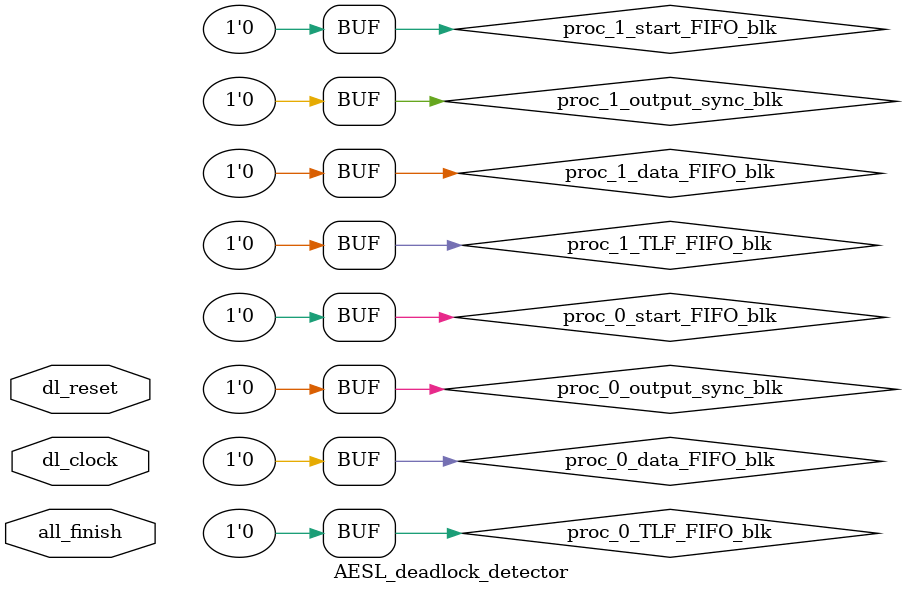
<source format=v>
`timescale 1 ns / 1 ps

module AESL_deadlock_detector (
    input dl_reset,
    input all_finish,
    input dl_clock);

    wire [0:0] proc_0_data_FIFO_blk;
    wire [0:0] proc_0_data_PIPO_blk;
    wire [0:0] proc_0_start_FIFO_blk;
    wire [0:0] proc_0_TLF_FIFO_blk;
    wire [0:0] proc_0_input_sync_blk;
    wire [0:0] proc_0_output_sync_blk;
    wire [0:0] proc_dep_vld_vec_0;
    reg [0:0] proc_dep_vld_vec_0_reg;
    wire [0:0] in_chan_dep_vld_vec_0;
    wire [1:0] in_chan_dep_data_vec_0;
    wire [0:0] token_in_vec_0;
    wire [0:0] out_chan_dep_vld_vec_0;
    wire [1:0] out_chan_dep_data_0;
    wire [0:0] token_out_vec_0;
    wire dl_detect_out_0;
    wire dep_chan_vld_1_0;
    wire [1:0] dep_chan_data_1_0;
    wire token_1_0;
    wire [0:0] proc_1_data_FIFO_blk;
    wire [0:0] proc_1_data_PIPO_blk;
    wire [0:0] proc_1_start_FIFO_blk;
    wire [0:0] proc_1_TLF_FIFO_blk;
    wire [0:0] proc_1_input_sync_blk;
    wire [0:0] proc_1_output_sync_blk;
    wire [0:0] proc_dep_vld_vec_1;
    reg [0:0] proc_dep_vld_vec_1_reg;
    wire [0:0] in_chan_dep_vld_vec_1;
    wire [1:0] in_chan_dep_data_vec_1;
    wire [0:0] token_in_vec_1;
    wire [0:0] out_chan_dep_vld_vec_1;
    wire [1:0] out_chan_dep_data_1;
    wire [0:0] token_out_vec_1;
    wire dl_detect_out_1;
    wire dep_chan_vld_0_1;
    wire [1:0] dep_chan_data_0_1;
    wire token_0_1;
    wire [1:0] dl_in_vec;
    wire dl_detect_out;
    wire token_clear;
    wire [1:0] origin;

    reg ap_done_reg_0;// for module AESL_inst_blockmatmul.Loop_1_proc1_U0
    always @ (negedge dl_reset or posedge dl_clock) begin
        if (~dl_reset) begin
            ap_done_reg_0 <= 'b0;
        end
        else begin
            ap_done_reg_0 <= AESL_inst_blockmatmul.Loop_1_proc1_U0.ap_done & ~AESL_inst_blockmatmul.Loop_1_proc1_U0.ap_continue;
        end
    end

    reg ap_done_reg_1;// for module AESL_inst_blockmatmul.Loop_writeoutput_proc_U0
    always @ (negedge dl_reset or posedge dl_clock) begin
        if (~dl_reset) begin
            ap_done_reg_1 <= 'b0;
        end
        else begin
            ap_done_reg_1 <= AESL_inst_blockmatmul.Loop_writeoutput_proc_U0.ap_done & ~AESL_inst_blockmatmul.Loop_writeoutput_proc_U0.ap_continue;
        end
    end

    // Process: AESL_inst_blockmatmul.Loop_1_proc1_U0
    AESL_deadlock_detect_unit #(2, 0, 1, 1) AESL_deadlock_detect_unit_0 (
        .reset(dl_reset),
        .clock(dl_clock),
        .proc_dep_vld_vec(proc_dep_vld_vec_0),
        .in_chan_dep_vld_vec(in_chan_dep_vld_vec_0),
        .in_chan_dep_data_vec(in_chan_dep_data_vec_0),
        .token_in_vec(token_in_vec_0),
        .dl_detect_in(dl_detect_out),
        .origin(origin[0]),
        .token_clear(token_clear),
        .out_chan_dep_vld_vec(out_chan_dep_vld_vec_0),
        .out_chan_dep_data(out_chan_dep_data_0),
        .token_out_vec(token_out_vec_0),
        .dl_detect_out(dl_in_vec[0]));

    assign proc_0_data_FIFO_blk[0] = 1'b0;
    assign proc_0_data_PIPO_blk[0] = 1'b0 | (~AESL_inst_blockmatmul.AB_U.i_full_n & AESL_inst_blockmatmul.Loop_1_proc1_U0.ap_done & ap_done_reg_0 & ~AESL_inst_blockmatmul.AB_U.t_read);
    assign proc_0_start_FIFO_blk[0] = 1'b0;
    assign proc_0_TLF_FIFO_blk[0] = 1'b0;
    assign proc_0_input_sync_blk[0] = 1'b0 | (AESL_inst_blockmatmul.ap_sync_Loop_1_proc1_U0_ap_ready & AESL_inst_blockmatmul.Loop_1_proc1_U0.ap_idle & ~AESL_inst_blockmatmul.ap_sync_Loop_writeoutput_proc_U0_ap_ready);
    assign proc_0_output_sync_blk[0] = 1'b0;
    assign proc_dep_vld_vec_0[0] = dl_detect_out ? proc_dep_vld_vec_0_reg[0] : (proc_0_data_FIFO_blk[0] | proc_0_data_PIPO_blk[0] | proc_0_start_FIFO_blk[0] | proc_0_TLF_FIFO_blk[0] | proc_0_input_sync_blk[0] | proc_0_output_sync_blk[0]);
    always @ (negedge dl_reset or posedge dl_clock) begin
        if (~dl_reset) begin
            proc_dep_vld_vec_0_reg <= 'b0;
        end
        else begin
            proc_dep_vld_vec_0_reg <= proc_dep_vld_vec_0;
        end
    end
    assign in_chan_dep_vld_vec_0[0] = dep_chan_vld_1_0;
    assign in_chan_dep_data_vec_0[1 : 0] = dep_chan_data_1_0;
    assign token_in_vec_0[0] = token_1_0;
    assign dep_chan_vld_0_1 = out_chan_dep_vld_vec_0[0];
    assign dep_chan_data_0_1 = out_chan_dep_data_0;
    assign token_0_1 = token_out_vec_0[0];

    // Process: AESL_inst_blockmatmul.Loop_writeoutput_proc_U0
    AESL_deadlock_detect_unit #(2, 1, 1, 1) AESL_deadlock_detect_unit_1 (
        .reset(dl_reset),
        .clock(dl_clock),
        .proc_dep_vld_vec(proc_dep_vld_vec_1),
        .in_chan_dep_vld_vec(in_chan_dep_vld_vec_1),
        .in_chan_dep_data_vec(in_chan_dep_data_vec_1),
        .token_in_vec(token_in_vec_1),
        .dl_detect_in(dl_detect_out),
        .origin(origin[1]),
        .token_clear(token_clear),
        .out_chan_dep_vld_vec(out_chan_dep_vld_vec_1),
        .out_chan_dep_data(out_chan_dep_data_1),
        .token_out_vec(token_out_vec_1),
        .dl_detect_out(dl_in_vec[1]));

    assign proc_1_data_FIFO_blk[0] = 1'b0;
    assign proc_1_data_PIPO_blk[0] = 1'b0 | (~AESL_inst_blockmatmul.AB_U.t_empty_n & AESL_inst_blockmatmul.Loop_writeoutput_proc_U0.ap_idle & ~AESL_inst_blockmatmul.AB_U.i_write);
    assign proc_1_start_FIFO_blk[0] = 1'b0;
    assign proc_1_TLF_FIFO_blk[0] = 1'b0;
    assign proc_1_input_sync_blk[0] = 1'b0 | (AESL_inst_blockmatmul.ap_sync_Loop_writeoutput_proc_U0_ap_ready & AESL_inst_blockmatmul.Loop_writeoutput_proc_U0.ap_idle & ~AESL_inst_blockmatmul.ap_sync_Loop_1_proc1_U0_ap_ready);
    assign proc_1_output_sync_blk[0] = 1'b0;
    assign proc_dep_vld_vec_1[0] = dl_detect_out ? proc_dep_vld_vec_1_reg[0] : (proc_1_data_FIFO_blk[0] | proc_1_data_PIPO_blk[0] | proc_1_start_FIFO_blk[0] | proc_1_TLF_FIFO_blk[0] | proc_1_input_sync_blk[0] | proc_1_output_sync_blk[0]);
    always @ (negedge dl_reset or posedge dl_clock) begin
        if (~dl_reset) begin
            proc_dep_vld_vec_1_reg <= 'b0;
        end
        else begin
            proc_dep_vld_vec_1_reg <= proc_dep_vld_vec_1;
        end
    end
    assign in_chan_dep_vld_vec_1[0] = dep_chan_vld_0_1;
    assign in_chan_dep_data_vec_1[1 : 0] = dep_chan_data_0_1;
    assign token_in_vec_1[0] = token_0_1;
    assign dep_chan_vld_1_0 = out_chan_dep_vld_vec_1[0];
    assign dep_chan_data_1_0 = out_chan_dep_data_1;
    assign token_1_0 = token_out_vec_1[0];


    wire [1:0] dl_in_vec_comb = dl_in_vec & ~{1{all_finish}};
    AESL_deadlock_report_unit #(2) AESL_deadlock_report_unit_inst (
        .dl_reset(dl_reset),
        .dl_clock(dl_clock),
        .dl_in_vec(dl_in_vec_comb),
        .ap_done_reg_0(ap_done_reg_0),
        .ap_done_reg_1(ap_done_reg_1),
        .dl_detect_out(dl_detect_out),
        .origin(origin),
        .token_clear(token_clear));

endmodule

</source>
